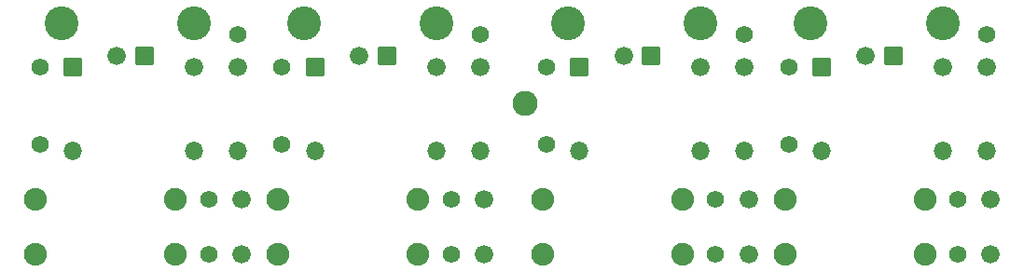
<source format=gbr>
%TF.GenerationSoftware,KiCad,Pcbnew,8.0.6*%
%TF.CreationDate,2024-12-08T18:35:23+09:00*%
%TF.ProjectId,backplane,6261636b-706c-4616-9e65-2e6b69636164,rev?*%
%TF.SameCoordinates,Original*%
%TF.FileFunction,Soldermask,Bot*%
%TF.FilePolarity,Negative*%
%FSLAX46Y46*%
G04 Gerber Fmt 4.6, Leading zero omitted, Abs format (unit mm)*
G04 Created by KiCad (PCBNEW 8.0.6) date 2024-12-08 18:35:23*
%MOMM*%
%LPD*%
G01*
G04 APERTURE LIST*
G04 Aperture macros list*
%AMRoundRect*
0 Rectangle with rounded corners*
0 $1 Rounding radius*
0 $2 $3 $4 $5 $6 $7 $8 $9 X,Y pos of 4 corners*
0 Add a 4 corners polygon primitive as box body*
4,1,4,$2,$3,$4,$5,$6,$7,$8,$9,$2,$3,0*
0 Add four circle primitives for the rounded corners*
1,1,$1+$1,$2,$3*
1,1,$1+$1,$4,$5*
1,1,$1+$1,$6,$7*
1,1,$1+$1,$8,$9*
0 Add four rect primitives between the rounded corners*
20,1,$1+$1,$2,$3,$4,$5,0*
20,1,$1+$1,$4,$5,$6,$7,0*
20,1,$1+$1,$6,$7,$8,$9,0*
20,1,$1+$1,$8,$9,$2,$3,0*%
G04 Aperture macros list end*
%ADD10C,3.076000*%
%ADD11RoundRect,0.038000X-0.800000X0.800000X-0.800000X-0.800000X0.800000X-0.800000X0.800000X0.800000X0*%
%ADD12O,1.676000X1.676000*%
%ADD13RoundRect,0.038000X0.800000X0.800000X-0.800000X0.800000X-0.800000X-0.800000X0.800000X-0.800000X0*%
%ADD14C,1.676000*%
%ADD15C,2.076000*%
%ADD16O,2.076000X2.076000*%
%ADD17C,1.576000*%
%ADD18C,2.276000*%
G04 APERTURE END LIST*
D10*
%TO.C,TP6*%
X16000000Y-3000000D03*
%TD*%
%TO.C,TP18*%
X50000000Y-3000000D03*
%TD*%
D11*
%TO.C,D3*%
X51000000Y-7000000D03*
D12*
X51000000Y-14620000D03*
%TD*%
D13*
%TO.C,C7*%
X79500000Y-6000000D03*
D14*
X77000000Y-6000000D03*
%TD*%
%TO.C,C8*%
X88350000Y-19000000D03*
X88350000Y-24000000D03*
%TD*%
D15*
%TO.C,L5*%
X60350000Y-19000000D03*
D16*
X47650000Y-19000000D03*
%TD*%
D11*
%TO.C,D2*%
X27000000Y-7000000D03*
D12*
X27000000Y-14620000D03*
%TD*%
D11*
%TO.C,D4*%
X73000000Y-7000000D03*
D12*
X73000000Y-14620000D03*
%TD*%
D17*
%TO.C,TP12*%
X24000000Y-7000000D03*
%TD*%
D14*
%TO.C,R7*%
X88000000Y-7000000D03*
D12*
X88000000Y-14620000D03*
%TD*%
D14*
%TO.C,R4*%
X38000000Y-7000000D03*
D12*
X38000000Y-14620000D03*
%TD*%
D14*
%TO.C,R6*%
X62000000Y-7000000D03*
D12*
X62000000Y-14620000D03*
%TD*%
D15*
%TO.C,L3*%
X36350000Y-19000000D03*
D16*
X23650000Y-19000000D03*
%TD*%
D14*
%TO.C,R5*%
X66000000Y-7000000D03*
D12*
X66000000Y-14620000D03*
%TD*%
D17*
%TO.C,TP13*%
X39350000Y-19000000D03*
%TD*%
%TO.C,TP21*%
X63350000Y-24000000D03*
%TD*%
%TO.C,TP19*%
X48000000Y-7000000D03*
%TD*%
D14*
%TO.C,R1*%
X20000000Y-7000000D03*
D12*
X20000000Y-14620000D03*
%TD*%
D10*
%TO.C,TP11*%
X26000000Y-3000000D03*
%TD*%
D17*
%TO.C,TP1*%
X17350000Y-19000000D03*
%TD*%
D13*
%TO.C,C1*%
X11500000Y-6000000D03*
D14*
X9000000Y-6000000D03*
%TD*%
%TO.C,R2*%
X16000000Y-7000000D03*
D12*
X16000000Y-14620000D03*
%TD*%
D10*
%TO.C,TP7*%
X4000000Y-3000000D03*
%TD*%
D17*
%TO.C,TP10*%
X24000000Y-14000000D03*
%TD*%
%TO.C,TP16*%
X66000000Y-4000000D03*
%TD*%
D15*
%TO.C,L2*%
X14350000Y-24000000D03*
D16*
X1650000Y-24000000D03*
%TD*%
D15*
%TO.C,L8*%
X82350000Y-24000000D03*
D16*
X69650000Y-24000000D03*
%TD*%
D17*
%TO.C,TP26*%
X70000000Y-7000000D03*
%TD*%
D15*
%TO.C,L7*%
X82350000Y-19000000D03*
D16*
X69650000Y-19000000D03*
%TD*%
D17*
%TO.C,TP17*%
X48000000Y-14000000D03*
%TD*%
D13*
%TO.C,C3*%
X33500000Y-6000000D03*
D14*
X31000000Y-6000000D03*
%TD*%
D17*
%TO.C,TP2*%
X20000000Y-4000000D03*
%TD*%
D11*
%TO.C,D1*%
X5000000Y-7000000D03*
D12*
X5000000Y-14620000D03*
%TD*%
D17*
%TO.C,TP3*%
X2000000Y-7000000D03*
%TD*%
D15*
%TO.C,L1*%
X14350000Y-19000000D03*
D16*
X1650000Y-19000000D03*
%TD*%
D17*
%TO.C,TP14*%
X39350000Y-24000000D03*
%TD*%
D10*
%TO.C,TP8*%
X38000000Y-3000000D03*
%TD*%
D17*
%TO.C,TP20*%
X63350000Y-19000000D03*
%TD*%
D10*
%TO.C,TP22*%
X84000000Y-3000000D03*
%TD*%
%TO.C,TP15*%
X62000000Y-3000000D03*
%TD*%
D17*
%TO.C,TP27*%
X85350000Y-19000000D03*
%TD*%
D14*
%TO.C,R3*%
X42000000Y-7000000D03*
D12*
X42000000Y-14620000D03*
%TD*%
D17*
%TO.C,TP28*%
X85350000Y-24000000D03*
%TD*%
D14*
%TO.C,C4*%
X42350000Y-19000000D03*
X42350000Y-24000000D03*
%TD*%
D13*
%TO.C,C5*%
X57500000Y-6000000D03*
D14*
X55000000Y-6000000D03*
%TD*%
D17*
%TO.C,TP24*%
X70000000Y-14000000D03*
%TD*%
D14*
%TO.C,C6*%
X66350000Y-19000000D03*
X66350000Y-24000000D03*
%TD*%
D15*
%TO.C,L4*%
X36350000Y-24000000D03*
D16*
X23650000Y-24000000D03*
%TD*%
D10*
%TO.C,TP25*%
X72000000Y-3000000D03*
%TD*%
D17*
%TO.C,TP23*%
X88000000Y-4000000D03*
%TD*%
%TO.C,TP9*%
X42000000Y-4000000D03*
%TD*%
D14*
%TO.C,C2*%
X20350000Y-19000000D03*
X20350000Y-24000000D03*
%TD*%
D17*
%TO.C,TP4*%
X17350000Y-24000000D03*
%TD*%
%TO.C,TP5*%
X2000000Y-14000000D03*
%TD*%
D15*
%TO.C,L6*%
X60350000Y-24000000D03*
D16*
X47650000Y-24000000D03*
%TD*%
D14*
%TO.C,R8*%
X84000000Y-7000000D03*
D12*
X84000000Y-14620000D03*
%TD*%
D18*
%TO.C,H1*%
X46096399Y-10303952D03*
%TD*%
M02*

</source>
